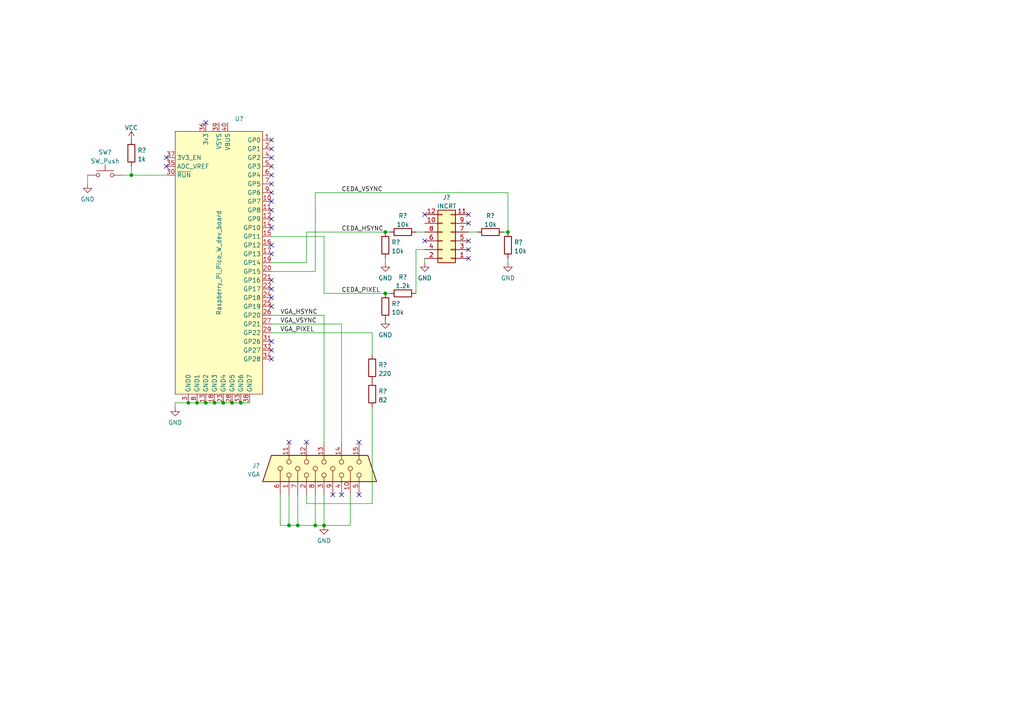
<source format=kicad_sch>
(kicad_sch (version 20211123) (generator eeschema)
  (paper "A4")
  (title_block (title "ceda2vga") (date "2023-02-27"))
  (lib_symbols
    (symbol "Connector:DB15_Female_HighDensity" (pin_names (offset 1.016) hide)
      (property "Reference" "J" (at 0 21.59 0))
      (property "Value" "DB15_Female_HighDensity" (at 0 19.05 0))
      (symbol "DB15_Female_HighDensity_0_1"
        (circle (center -1.905 -10.16) (radius 0.635))
        (circle (center -1.905 -5.08) (radius 0.635))
        (circle (center -1.905 0) (radius 0.635))
        (circle (center -1.905 5.08) (radius 0.635))
        (circle (center -1.905 10.16) (radius 0.635))
        (circle (center 0 -7.62) (radius 0.635))
        (circle (center 0 -2.54) (radius 0.635))
        (polyline (pts (xy -3.175 7.62) (xy -0.635 7.62)))
        (polyline (pts (xy -0.635 -7.62) (xy -3.175 -7.62)))
        (polyline (pts (xy -0.635 -2.54) (xy -3.175 -2.54)))
        (polyline (pts (xy -0.635 2.54) (xy -3.175 2.54)))
        (polyline (pts (xy -0.635 12.7) (xy -3.175 12.7)))
        (polyline (pts (xy -3.81 17.78) (xy -3.81 -15.24) (xy 3.81 -12.7) (xy 3.81 15.24) (xy -3.81 17.78)) (stroke (width 0.254)) (fill (type background)))
        (circle (center 0 2.54) (radius 0.635))
        (circle (center 0 7.62) (radius 0.635))
        (circle (center 0 12.7) (radius 0.635))
        (circle (center 1.905 -10.16) (radius 0.635))
        (circle (center 1.905 -5.08) (radius 0.635))
        (circle (center 1.905 0) (radius 0.635))
        (circle (center 1.905 5.08) (radius 0.635))
        (circle (center 1.905 10.16) (radius 0.635))
      )
      (symbol "DB15_Female_HighDensity_1_1"
        (pin passive line (at -7.62 10.16 0) (length 5.08) (name "~") (number "1"))
        (pin passive line (at -7.62 -7.62 0) (length 5.08) (name "~") (number "10"))
        (pin passive line (at 7.62 10.16 180) (length 5.08) (name "~") (number "11"))
        (pin passive line (at 7.62 5.08 180) (length 5.08) (name "~") (number "12"))
        (pin passive line (at 7.62 0 180) (length 5.08) (name "~") (number "13"))
        (pin passive line (at 7.62 -5.08 180) (length 5.08) (name "~") (number "14"))
        (pin passive line (at 7.62 -10.16 180) (length 5.08) (name "~") (number "15"))
        (pin passive line (at -7.62 5.08 0) (length 5.08) (name "~") (number "2"))
        (pin passive line (at -7.62 0 0) (length 5.08) (name "~") (number "3"))
        (pin passive line (at -7.62 -5.08 0) (length 5.08) (name "~") (number "4"))
        (pin passive line (at -7.62 -10.16 0) (length 5.08) (name "~") (number "5"))
        (pin passive line (at -7.62 12.7 0) (length 5.08) (name "~") (number "6"))
        (pin passive line (at -7.62 7.62 0) (length 5.08) (name "~") (number "7"))
        (pin passive line (at -7.62 2.54 0) (length 5.08) (name "~") (number "8"))
        (pin passive line (at -7.62 -2.54 0) (length 5.08) (name "~") (number "9"))
      )
    )
    (symbol "Connector_Generic:Conn_02x06_Odd_Even" (pin_names (offset 1.016) hide)
      (property "Reference" "J" (at 1.27 7.62 0))
      (property "Value" "Conn_02x06_Odd_Even" (at 1.27 -10.16 0))
      (symbol "Conn_02x06_Odd_Even_1_1"
        (rectangle (start -1.27 -7.493) (end 0 -7.747) (stroke (width 0.1524)))
        (rectangle (start -1.27 -4.953) (end 0 -5.207) (stroke (width 0.1524)))
        (rectangle (start -1.27 -2.413) (end 0 -2.667) (stroke (width 0.1524)))
        (rectangle (start -1.27 0.127) (end 0 -0.127) (stroke (width 0.1524)))
        (rectangle (start -1.27 2.667) (end 0 2.413) (stroke (width 0.1524)))
        (rectangle (start -1.27 5.207) (end 0 4.953) (stroke (width 0.1524)))
        (rectangle (start -1.27 6.35) (end 3.81 -8.89) (stroke (width 0.254)) (fill (type background)))
        (rectangle (start 3.81 -7.493) (end 2.54 -7.747) (stroke (width 0.1524)))
        (rectangle (start 3.81 -4.953) (end 2.54 -5.207) (stroke (width 0.1524)))
        (rectangle (start 3.81 -2.413) (end 2.54 -2.667) (stroke (width 0.1524)))
        (rectangle (start 3.81 0.127) (end 2.54 -0.127) (stroke (width 0.1524)))
        (rectangle (start 3.81 2.667) (end 2.54 2.413) (stroke (width 0.1524)))
        (rectangle (start 3.81 5.207) (end 2.54 4.953) (stroke (width 0.1524)))
        (pin passive line (at -5.08 5.08 0) (length 3.81) (name "Pin_1") (number "1"))
        (pin passive line (at 7.62 -5.08 180) (length 3.81) (name "Pin_10") (number "10"))
        (pin passive line (at -5.08 -7.62 0) (length 3.81) (name "Pin_11") (number "11"))
        (pin passive line (at 7.62 -7.62 180) (length 3.81) (name "Pin_12") (number "12"))
        (pin passive line (at 7.62 5.08 180) (length 3.81) (name "Pin_2") (number "2"))
        (pin passive line (at -5.08 2.54 0) (length 3.81) (name "Pin_3") (number "3"))
        (pin passive line (at 7.62 2.54 180) (length 3.81) (name "Pin_4") (number "4"))
        (pin passive line (at -5.08 0 0) (length 3.81) (name "Pin_5") (number "5"))
        (pin passive line (at 7.62 0 180) (length 3.81) (name "Pin_6") (number "6"))
        (pin passive line (at -5.08 -2.54 0) (length 3.81) (name "Pin_7") (number "7"))
        (pin passive line (at 7.62 -2.54 180) (length 3.81) (name "Pin_8") (number "8"))
        (pin passive line (at -5.08 -5.08 0) (length 3.81) (name "Pin_9") (number "9"))
      )
    )
    (symbol "Device:R" (pin_numbers hide) (pin_names (offset 0))
      (property "Reference" "R" (at 2.032 0 90))
      (property "Value" "R" (at 0 0 90))
      (symbol "R_0_1"
        (rectangle (start -1.016 -2.54) (end 1.016 2.54) (stroke (width 0.254)))
      )
      (symbol "R_1_1"
        (pin passive line (at 0 3.81 270) (length 1.27) (name "~") (number "1"))
        (pin passive line (at 0 -3.81 90) (length 1.27) (name "~") (number "2"))
      )
    )
    (symbol "Switch:SW_Push" (pin_numbers hide) (pin_names (offset 1.016) hide)
      (property "Reference" "SW" (at 1.27 2.54 0))
      (property "Value" "SW_Push" (at 0 -1.524 0))
      (symbol "SW_Push_0_1"
        (circle (center -2.032 0) (radius 0.508))
        (polyline (pts (xy 0 1.27) (xy 0 3.048)))
        (polyline (pts (xy 2.54 1.27) (xy -2.54 1.27)))
        (circle (center 2.032 0) (radius 0.508))
        (pin passive line (at -5.08 0 0) (length 2.54) (name "1") (number "1"))
        (pin passive line (at 5.08 0 180) (length 2.54) (name "2") (number "2"))
      )
    )
    (symbol "giomba-klib:Raspberry_Pi_Pico_W_dev_board"
      (property "Reference" "U" (at 0 21.59 0))
      (property "Value" "Raspberry_Pi_Pico_W_dev_board" (at 0 0 90))
      (symbol "Raspberry_Pi_Pico_W_dev_board_0_1"
        (rectangle (start -12.7 38.1) (end 12.7 -38.1) (stroke (width 0.1524)) (fill (type background)))
      )
      (symbol "Raspberry_Pi_Pico_W_dev_board_1_1"
        (pin bidirectional line (at 15.24 35.56 180) (length 2.54) (name "GP0") (number "1"))
        (pin bidirectional line (at 15.24 17.78 180) (length 2.54) (name "GP7") (number "10"))
        (pin bidirectional line (at 15.24 15.24 180) (length 2.54) (name "GP8") (number "11"))
        (pin bidirectional line (at 15.24 12.7 180) (length 2.54) (name "GP9") (number "12"))
        (pin power_in line (at -3.81 -40.64 90) (length 2.54) (name "GND2") (number "13"))
        (pin bidirectional line (at 15.24 10.16 180) (length 2.54) (name "GP10") (number "14"))
        (pin bidirectional line (at 15.24 7.62 180) (length 2.54) (name "GP11") (number "15"))
        (pin bidirectional line (at 15.24 5.08 180) (length 2.54) (name "GP12") (number "16"))
        (pin bidirectional line (at 15.24 2.54 180) (length 2.54) (name "GP13") (number "17"))
        (pin power_in line (at -1.27 -40.64 90) (length 2.54) (name "GND3") (number "18"))
        (pin bidirectional line (at 15.24 0 180) (length 2.54) (name "GP14") (number "19"))
        (pin bidirectional line (at 15.24 33.02 180) (length 2.54) (name "GP1") (number "2"))
        (pin bidirectional line (at 15.24 -2.54 180) (length 2.54) (name "GP15") (number "20"))
        (pin bidirectional line (at 15.24 -5.08 180) (length 2.54) (name "GP16") (number "21"))
        (pin bidirectional line (at 15.24 -7.62 180) (length 2.54) (name "GP17") (number "22"))
        (pin power_in line (at 1.27 -40.64 90) (length 2.54) (name "GND4") (number "23"))
        (pin bidirectional line (at 15.24 -10.16 180) (length 2.54) (name "GP18") (number "24"))
        (pin bidirectional line (at 15.24 -12.7 180) (length 2.54) (name "GP19") (number "25"))
        (pin bidirectional line (at 15.24 -15.24 180) (length 2.54) (name "GP20") (number "26"))
        (pin bidirectional line (at 15.24 -17.78 180) (length 2.54) (name "GP21") (number "27"))
        (pin power_in line (at 3.81 -40.64 90) (length 2.54) (name "GND5") (number "28"))
        (pin bidirectional line (at 15.24 -20.32 180) (length 2.54) (name "GP22") (number "29"))
        (pin power_in line (at -8.89 -40.64 90) (length 2.54) (name "GND0") (number "3"))
        (pin input line (at -15.24 25.4 0) (length 2.54) (name "~{RUN}") (number "30"))
        (pin bidirectional line (at 15.24 -22.86 180) (length 2.54) (name "GP26") (number "31"))
        (pin bidirectional line (at 15.24 -25.4 180) (length 2.54) (name "GP27") (number "32"))
        (pin power_in line (at 6.35 -40.64 90) (length 2.54) (name "GND6") (number "33"))
        (pin bidirectional line (at 15.24 -27.94 180) (length 2.54) (name "GP28") (number "34"))
        (pin input line (at -15.24 27.94 0) (length 2.54) (name "ADC_VREF") (number "35"))
        (pin power_out line (at -3.81 40.64 270) (length 2.54) (name "3v3") (number "36"))
        (pin input line (at -15.24 30.48 0) (length 2.54) (name "3V3_EN") (number "37"))
        (pin power_in line (at 8.89 -40.64 90) (length 2.54) (name "GND7") (number "38"))
        (pin power_in line (at 0 40.64 270) (length 2.54) (name "VSYS") (number "39"))
        (pin bidirectional line (at 15.24 30.48 180) (length 2.54) (name "GP2") (number "4"))
        (pin power_in line (at 2.54 40.64 270) (length 2.54) (name "VBUS") (number "40"))
        (pin bidirectional line (at 15.24 27.94 180) (length 2.54) (name "GP3") (number "5"))
        (pin bidirectional line (at 15.24 25.4 180) (length 2.54) (name "GP4") (number "6"))
        (pin bidirectional line (at 15.24 22.86 180) (length 2.54) (name "GP5") (number "7"))
        (pin power_in line (at -6.35 -40.64 90) (length 2.54) (name "GND1") (number "8"))
        (pin bidirectional line (at 15.24 20.32 180) (length 2.54) (name "GP6") (number "9"))
      )
    )
    (symbol "power:GND" (power) (pin_names (offset 0))
      (property "Value" "GND" (at 0 -3.81 0))
      (symbol "GND_0_1"
        (polyline (pts (xy 0 0) (xy 0 -1.27) (xy 1.27 -1.27) (xy 0 -2.54) (xy -1.27 -1.27) (xy 0 -1.27)))
      )
      (symbol "GND_1_1"
        (pin power_in line (at 0 0 270) (length 0) hide (name "GND") (number "1"))
      )
    )
    (symbol "power:VCC" (power) (pin_names (offset 0))
      (property "Value" "VCC" (at 0 3.81 0))
      (symbol "VCC_0_1"
        (polyline (pts (xy -0.762 1.27) (xy 0 2.54)))
        (polyline (pts (xy 0 0) (xy 0 2.54)))
        (polyline (pts (xy 0 2.54) (xy 0.762 1.27)))
      )
      (symbol "VCC_1_1"
        (pin power_in line (at 0 0 90) (length 0) hide (name "VCC") (number "1"))
      )
    )
  )
  (junction (at 69.85 116.84))
  (junction (at 54.61 116.84))
  (junction (at 57.15 116.84))
  (junction (at 86.36 152.4))
  (junction (at 83.82 152.4))
  (junction (at 91.44 152.4))
  (junction (at 59.69 116.84))
  (junction (at 62.23 116.84))
  (junction (at 111.76 67.31))
  (junction (at 38.1 50.8))
  (junction (at 67.31 116.84))
  (junction (at 93.98 152.4))
  (junction (at 64.77 116.84))
  (junction (at 111.76 85.09))
  (junction (at 147.32 67.31))
  (no_connect (at 78.74 104.14))
  (no_connect (at 78.74 63.5))
  (no_connect (at 78.74 86.36))
  (no_connect (at 135.89 69.85))
  (no_connect (at 78.74 99.06))
  (no_connect (at 123.19 69.85))
  (no_connect (at 78.74 88.9))
  (no_connect (at 96.52 143.51))
  (no_connect (at 135.89 64.77))
  (no_connect (at 78.74 71.12))
  (no_connect (at 78.74 81.28))
  (no_connect (at 83.82 128.27))
  (no_connect (at 135.89 72.39))
  (no_connect (at 78.74 66.04))
  (no_connect (at 78.74 73.66))
  (no_connect (at 48.26 45.72))
  (no_connect (at 123.19 62.23))
  (no_connect (at 88.9 128.27))
  (no_connect (at 78.74 58.42))
  (no_connect (at 99.06 143.51))
  (no_connect (at 78.74 101.6))
  (no_connect (at 48.26 48.26))
  (no_connect (at 78.74 60.96))
  (no_connect (at 78.74 55.88))
  (no_connect (at 78.74 40.64))
  (no_connect (at 78.74 83.82))
  (no_connect (at 78.74 45.72))
  (no_connect (at 78.74 53.34))
  (no_connect (at 104.14 143.51))
  (no_connect (at 104.14 128.27))
  (no_connect (at 135.89 74.93))
  (no_connect (at 59.69 35.56))
  (no_connect (at 78.74 43.18))
  (no_connect (at 135.89 62.23))
  (no_connect (at 78.74 48.26))
  (no_connect (at 78.74 50.8))
  (wire (pts (xy 88.9 76.2) (xy 78.74 76.2)))
  (wire (pts (xy 38.1 50.8) (xy 48.26 50.8)))
  (wire (pts (xy 67.31 116.84) (xy 69.85 116.84)))
  (wire (pts (xy 123.19 72.39) (xy 120.65 72.39)))
  (wire (pts (xy 93.98 68.58) (xy 93.98 85.09)))
  (wire (pts (xy 81.28 143.51) (xy 81.28 152.4)))
  (wire (pts (xy 78.74 68.58) (xy 93.98 68.58)))
  (wire (pts (xy 69.85 116.84) (xy 72.39 116.84)))
  (wire (pts (xy 107.95 146.05) (xy 88.9 146.05)))
  (wire (pts (xy 147.32 76.2) (xy 147.32 74.93)))
  (wire (pts (xy 146.05 67.31) (xy 147.32 67.31)))
  (wire (pts (xy 107.95 118.11) (xy 107.95 146.05)))
  (wire (pts (xy 88.9 146.05) (xy 88.9 143.51)))
  (wire (pts (xy 50.8 118.11) (xy 50.8 116.84)))
  (wire (pts (xy 62.23 116.84) (xy 64.77 116.84)))
  (wire (pts (xy 93.98 91.44) (xy 93.98 128.27)))
  (wire (pts (xy 86.36 152.4) (xy 91.44 152.4)))
  (wire (pts (xy 120.65 67.31) (xy 123.19 67.31)))
  (wire (pts (xy 81.28 152.4) (xy 83.82 152.4)))
  (wire (pts (xy 91.44 78.74) (xy 78.74 78.74)))
  (wire (pts (xy 91.44 143.51) (xy 91.44 152.4)))
  (wire (pts (xy 91.44 55.88) (xy 91.44 78.74)))
  (wire (pts (xy 54.61 116.84) (xy 57.15 116.84)))
  (wire (pts (xy 88.9 67.31) (xy 88.9 76.2)))
  (wire (pts (xy 101.6 143.51) (xy 101.6 152.4)))
  (wire (pts (xy 78.74 91.44) (xy 93.98 91.44)))
  (wire (pts (xy 35.56 50.8) (xy 38.1 50.8)))
  (wire (pts (xy 147.32 55.88) (xy 91.44 55.88)))
  (wire (pts (xy 78.74 96.52) (xy 107.95 96.52)))
  (wire (pts (xy 111.76 76.2) (xy 111.76 74.93)))
  (wire (pts (xy 99.06 93.98) (xy 99.06 128.27)))
  (wire (pts (xy 57.15 116.84) (xy 59.69 116.84)))
  (wire (pts (xy 91.44 152.4) (xy 93.98 152.4)))
  (wire (pts (xy 50.8 116.84) (xy 54.61 116.84)))
  (wire (pts (xy 25.4 50.8) (xy 25.4 53.34)))
  (wire (pts (xy 86.36 143.51) (xy 86.36 152.4)))
  (wire (pts (xy 123.19 74.93) (xy 123.19 76.2)))
  (wire (pts (xy 83.82 143.51) (xy 83.82 152.4)))
  (wire (pts (xy 59.69 116.84) (xy 62.23 116.84)))
  (wire (pts (xy 113.03 67.31) (xy 111.76 67.31)))
  (wire (pts (xy 107.95 96.52) (xy 107.95 102.87)))
  (wire (pts (xy 93.98 143.51) (xy 93.98 152.4)))
  (wire (pts (xy 38.1 48.26) (xy 38.1 50.8)))
  (wire (pts (xy 147.32 67.31) (xy 147.32 55.88)))
  (wire (pts (xy 135.89 67.31) (xy 138.43 67.31)))
  (wire (pts (xy 64.77 116.84) (xy 67.31 116.84)))
  (wire (pts (xy 111.76 85.09) (xy 113.03 85.09)))
  (wire (pts (xy 111.76 67.31) (xy 88.9 67.31)))
  (wire (pts (xy 93.98 85.09) (xy 111.76 85.09)))
  (wire (pts (xy 120.65 72.39) (xy 120.65 85.09)))
  (wire (pts (xy 78.74 93.98) (xy 99.06 93.98)))
  (wire (pts (xy 83.82 152.4) (xy 86.36 152.4)))
  (wire (pts (xy 101.6 152.4) (xy 93.98 152.4)))
  (label "VGA_PIXEL" (at 81.28 96.52 0))
  (label "VGA_VSYNC" (at 81.28 93.98 0))
  (label "CEDA_PIXEL" (at 99.06 85.09 0))
  (label "CEDA_HSYNC" (at 99.06 67.31 0))
  (label "VGA_HSYNC" (at 81.28 91.44 0))
  (label "CEDA_VSYNC" (at 99.06 55.88 0))
  (symbol (lib_id "Switch:SW_Push") (at 30.48 50.8 0) (unit 1)
    (property "Reference" "SW?" (at 30.48 44.1792 0))
    (property "Value" "SW_Push" (at 30.48 46.7161 0))
  )
  (symbol (lib_id "Connector_Generic:Conn_02x06_Odd_Even") (at 130.81 69.85 180) (unit 1)
    (property "Reference" "J?" (at 129.54 57.2602 0))
    (property "Value" "INCRT" (at 129.54 59.7971 0))
  )
  (symbol (lib_id "power:GND") (at 25.4 53.34 0) (unit 1)
    (property "Reference" "#PWR?" (effects hide))
    (property "Value" "GND" (at 25.4 57.7834 0))
  )
  (symbol (lib_id "power:VCC") (at 38.1 40.64 0) (unit 1)
    (property "Reference" "#PWR?" (effects hide))
    (property "Value" "VCC" (at 38.1 37.0642 0))
  )
  (symbol (lib_id "Device:R") (at 107.95 114.3 0) (unit 1)
    (property "Reference" "R?" (at 109.728 113.4653 0) (effects (justify left)))
    (property "Value" "82" (at 109.728 116.0022 0) (effects (justify left)))
  )
  (symbol (lib_id "Device:R") (at 38.1 44.45 0) (unit 1)
    (property "Reference" "R?" (at 39.878 43.6153 0) (effects (justify left)))
    (property "Value" "1k" (at 39.878 46.1522 0) (effects (justify left)))
  )
  (symbol (lib_id "Device:R") (at 147.32 71.12 0) (unit 1)
    (property "Reference" "R?" (at 149.098 70.2853 0) (effects (justify left)))
    (property "Value" "10k" (at 149.098 72.8222 0) (effects (justify left)))
  )
  (symbol (lib_id "Device:R") (at 111.76 88.9 0) (unit 1)
    (property "Reference" "R?" (at 113.538 88.0653 0) (effects (justify left)))
    (property "Value" "10k" (at 113.538 90.6022 0) (effects (justify left)))
  )
  (symbol (lib_id "Device:R") (at 116.84 85.09 90) (unit 1)
    (property "Reference" "R?" (at 116.84 80.3742 90))
    (property "Value" "1.2k" (at 116.84 82.9111 90))
  )
  (symbol (lib_id "power:GND") (at 111.76 76.2 0) (unit 1)
    (property "Reference" "#PWR?" (effects hide))
    (property "Value" "GND" (at 111.76 80.6434 0))
  )
  (symbol (lib_id "power:GND") (at 123.19 76.2 0) (unit 1)
    (property "Reference" "#PWR?" (effects hide))
    (property "Value" "GND" (at 123.19 80.6434 0))
  )
  (symbol (lib_id "Device:R") (at 107.95 106.68 0) (unit 1)
    (property "Reference" "R?" (at 109.728 105.8453 0) (effects (justify left)))
    (property "Value" "220" (at 109.728 108.3822 0) (effects (justify left)))
  )
  (symbol (lib_id "power:GND") (at 111.76 92.71 0) (unit 1)
    (property "Reference" "#PWR?" (effects hide))
    (property "Value" "GND" (at 111.76 97.1534 0))
  )
  (symbol (lib_id "power:GND") (at 147.32 76.2 0) (unit 1)
    (property "Reference" "#PWR?" (effects hide))
    (property "Value" "GND" (at 147.32 80.6434 0))
  )
  (symbol (lib_id "Device:R") (at 142.24 67.31 90) (unit 1)
    (property "Reference" "R?" (at 142.24 62.5942 90))
    (property "Value" "10k" (at 142.24 65.1311 90))
  )
  (symbol (lib_id "power:GND") (at 93.98 152.4 0) (unit 1)
    (property "Reference" "#PWR?" (effects hide))
    (property "Value" "GND" (at 93.98 156.8434 0))
  )
  (symbol (lib_id "giomba-klib:Raspberry_Pi_Pico_W_dev_board") (at 63.5 76.2 0) (unit 1)
    (property "Reference" "U?" (at 68.0594 34.451 0) (effects (justify left)))
    (property "Value" "Raspberry_Pi_Pico_W_dev_board" (at 63.5 91.44 90) (effects (justify left)))
  )
  (symbol (lib_id "Device:R") (at 111.76 71.12 0) (unit 1)
    (property "Reference" "R?" (at 113.538 70.2853 0) (effects (justify left)))
    (property "Value" "10k" (at 113.538 72.8222 0) (effects (justify left)))
  )
  (symbol (lib_id "Device:R") (at 116.84 67.31 90) (unit 1)
    (property "Reference" "R?" (at 116.84 62.5942 90))
    (property "Value" "10k" (at 116.84 65.1311 90))
  )
  (symbol (lib_id "power:GND") (at 50.8 118.11 0) (unit 1)
    (property "Reference" "#PWR?" (effects hide))
    (property "Value" "GND" (at 50.8 122.5534 0))
  )
  (symbol (lib_id "Connector:DB15_Female_HighDensity") (at 93.98 135.89 90) (unit 1)
    (property "Reference" "J?" (at 75.4381 135.0553 90) (effects (justify left)))
    (property "Value" "VGA" (at 75.4381 137.5922 90) (effects (justify left)))
    (property "Datasheet" " ~" (effects hide))
  )
)
</source>
